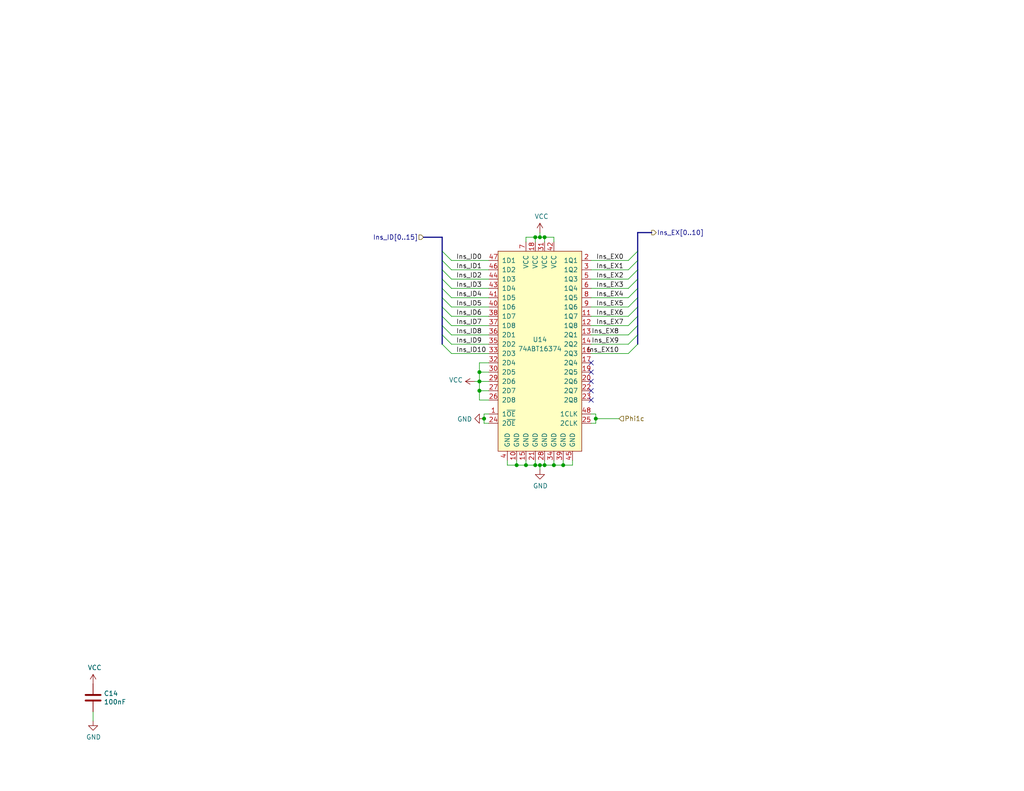
<source format=kicad_sch>
(kicad_sch (version 20230121) (generator eeschema)
  (paper "USLetter")
  (title_block (date "2023-09-25") (rev "C"))
  (lib_symbols
    (symbol "74xx (kicad5):74ABT16374" (pin_names (offset 1.016))
      (property "Reference" "U" (at 0 1.27 0))
      (property "Value" "74ABT16374" (at 0 -1.27 0))
      (symbol "74ABT16374_0_0"
        (pin input line (at -13.97 -20.32 0) (length 2.54) (name "1~{OE}") (number "1"))
        (pin power_in line (at -6.35 -33.02 90) (length 2.54) (name "GND") (number "10"))
        (pin tri_state line (at 13.97 6.35 180) (length 2.54) (name "1Q7") (number "11"))
        (pin tri_state line (at 13.97 3.81 180) (length 2.54) (name "1Q8") (number "12"))
        (pin tri_state line (at 13.97 1.27 180) (length 2.54) (name "2Q1") (number "13"))
        (pin tri_state line (at 13.97 -1.27 180) (length 2.54) (name "2Q2") (number "14"))
        (pin power_in line (at -3.81 -33.02 90) (length 2.54) (name "GND") (number "15"))
        (pin tri_state line (at 13.97 -3.81 180) (length 2.54) (name "2Q3") (number "16"))
        (pin tri_state line (at 13.97 -6.35 180) (length 2.54) (name "2Q4") (number "17"))
        (pin power_in line (at -1.27 26.67 270) (length 2.54) (name "VCC") (number "18"))
        (pin tri_state line (at 13.97 -8.89 180) (length 2.54) (name "2Q5") (number "19"))
        (pin tri_state line (at 13.97 21.59 180) (length 2.54) (name "1Q1") (number "2"))
        (pin tri_state line (at 13.97 -11.43 180) (length 2.54) (name "2Q6") (number "20"))
        (pin power_in line (at -1.27 -33.02 90) (length 2.54) (name "GND") (number "21"))
        (pin tri_state line (at 13.97 -13.97 180) (length 2.54) (name "2Q7") (number "22"))
        (pin tri_state line (at 13.97 -16.51 180) (length 2.54) (name "2Q8") (number "23"))
        (pin input line (at -13.97 -22.86 0) (length 2.54) (name "2~{OE}") (number "24"))
        (pin input line (at 13.97 -22.86 180) (length 2.54) (name "2CLK") (number "25"))
        (pin input line (at -13.97 -16.51 0) (length 2.54) (name "2D8") (number "26"))
        (pin input line (at -13.97 -13.97 0) (length 2.54) (name "2D7") (number "27"))
        (pin power_in line (at 1.27 -33.02 90) (length 2.54) (name "GND") (number "28"))
        (pin input line (at -13.97 -11.43 0) (length 2.54) (name "2D6") (number "29"))
        (pin tri_state line (at 13.97 19.05 180) (length 2.54) (name "1Q2") (number "3"))
        (pin input line (at -13.97 -8.89 0) (length 2.54) (name "2D5") (number "30"))
        (pin power_in line (at 1.27 26.67 270) (length 2.54) (name "VCC") (number "31"))
        (pin input line (at -13.97 -6.35 0) (length 2.54) (name "2D4") (number "32"))
        (pin input line (at -13.97 -3.81 0) (length 2.54) (name "2D3") (number "33"))
        (pin power_in line (at 3.81 -33.02 90) (length 2.54) (name "GND") (number "34"))
        (pin input line (at -13.97 -1.27 0) (length 2.54) (name "2D2") (number "35"))
        (pin input line (at -13.97 1.27 0) (length 2.54) (name "2D1") (number "36"))
        (pin input line (at -13.97 3.81 0) (length 2.54) (name "1D8") (number "37"))
        (pin input line (at -13.97 6.35 0) (length 2.54) (name "1D7") (number "38"))
        (pin power_in line (at 6.35 -33.02 90) (length 2.54) (name "GND") (number "39"))
        (pin power_in line (at -8.89 -33.02 90) (length 2.54) (name "GND") (number "4"))
        (pin input line (at -13.97 8.89 0) (length 2.54) (name "1D6") (number "40"))
        (pin input line (at -13.97 11.43 0) (length 2.54) (name "1D5") (number "41"))
        (pin power_in line (at 3.81 26.67 270) (length 2.54) (name "VCC") (number "42"))
        (pin input line (at -13.97 13.97 0) (length 2.54) (name "1D4") (number "43"))
        (pin input line (at -13.97 16.51 0) (length 2.54) (name "1D3") (number "44"))
        (pin power_in line (at 8.89 -33.02 90) (length 2.54) (name "GND") (number "45"))
        (pin input line (at -13.97 19.05 0) (length 2.54) (name "1D2") (number "46"))
        (pin input line (at -13.97 21.59 0) (length 2.54) (name "1D1") (number "47"))
        (pin input line (at 13.97 -20.32 180) (length 2.54) (name "1CLK") (number "48"))
        (pin tri_state line (at 13.97 16.51 180) (length 2.54) (name "1Q3") (number "5"))
        (pin tri_state line (at 13.97 13.97 180) (length 2.54) (name "1Q4") (number "6"))
        (pin power_in line (at -3.81 26.67 270) (length 2.54) (name "VCC") (number "7"))
        (pin tri_state line (at 13.97 11.43 180) (length 2.54) (name "1Q5") (number "8"))
        (pin tri_state line (at 13.97 8.89 180) (length 2.54) (name "1Q6") (number "9"))
      )
      (symbol "74ABT16374_0_1"
        (rectangle (start -11.43 24.13) (end 11.43 -30.48) (fill (type background)))
      )
    )
    (symbol "Device:C" (pin_numbers hide) (pin_names (offset 0.254))
      (property "Reference" "C" (at 0.635 2.54 0))
      (property "Value" "C" (at 0.635 -2.54 0))
      (symbol "C_0_1"
        (polyline (pts (xy -2.032 -0.762) (xy 2.032 -0.762)) (stroke (width 0.508)))
        (polyline (pts (xy -2.032 0.762) (xy 2.032 0.762)) (stroke (width 0.508)))
      )
      (symbol "C_1_1"
        (pin passive line (at 0 3.81 270) (length 2.794) (name "~") (number "1"))
        (pin passive line (at 0 -3.81 90) (length 2.794) (name "~") (number "2"))
      )
    )
    (symbol "power:GND" (power) (pin_names (offset 0))
      (property "Value" "GND" (at 0 -3.81 0))
      (symbol "GND_0_1"
        (polyline (pts (xy 0 0) (xy 0 -1.27) (xy 1.27 -1.27) (xy 0 -2.54) (xy -1.27 -1.27) (xy 0 -1.27)))
      )
      (symbol "GND_1_1"
        (pin power_in line (at 0 0 270) (length 0) hide (name "GND") (number "1"))
      )
    )
    (symbol "power:VCC" (power) (pin_names (offset 0))
      (property "Value" "VCC" (at 0 3.81 0))
      (symbol "VCC_0_1"
        (polyline (pts (xy -0.762 1.27) (xy 0 2.54)))
        (polyline (pts (xy 0 0) (xy 0 2.54)))
        (polyline (pts (xy 0 2.54) (xy 0.762 1.27)))
      )
      (symbol "VCC_1_1"
        (pin power_in line (at 0 0 90) (length 0) hide (name "VCC") (number "1"))
      )
    )
  )
  (junction (at 148.59 127))
  (junction (at 162.56 114.3))
  (junction (at 147.32 127))
  (junction (at 147.32 64.77))
  (junction (at 151.13 127))
  (junction (at 146.05 64.77))
  (junction (at 130.81 106.68))
  (junction (at 140.97 127))
  (junction (at 130.81 104.14))
  (junction (at 132.08 114.3))
  (junction (at 146.05 127))
  (junction (at 148.59 64.77))
  (junction (at 143.51 127))
  (junction (at 130.81 101.6))
  (junction (at 153.67 127))
  (no_connect (at 161.29 106.68))
  (no_connect (at 161.29 104.14))
  (no_connect (at 161.29 101.6))
  (no_connect (at 161.29 109.22))
  (no_connect (at 161.29 99.06))
  (bus_entry (at 173.99 93.98) (size -2.54 2.54))
  (bus_entry (at 173.99 88.9) (size -2.54 2.54))
  (bus_entry (at 173.99 91.44) (size -2.54 2.54))
  (bus_entry (at 173.99 71.12) (size -2.54 2.54))
  (bus_entry (at 120.65 91.44) (size 2.54 2.54))
  (bus_entry (at 120.65 93.98) (size 2.54 2.54))
  (bus_entry (at 120.65 88.9) (size 2.54 2.54))
  (bus_entry (at 120.65 78.74) (size 2.54 2.54))
  (bus_entry (at 120.65 76.2) (size 2.54 2.54))
  (bus_entry (at 120.65 68.58) (size 2.54 2.54))
  (bus_entry (at 120.65 81.28) (size 2.54 2.54))
  (bus_entry (at 173.99 68.58) (size -2.54 2.54))
  (bus_entry (at 173.99 81.28) (size -2.54 2.54))
  (bus_entry (at 173.99 86.36) (size -2.54 2.54))
  (bus_entry (at 173.99 78.74) (size -2.54 2.54))
  (bus_entry (at 120.65 73.66) (size 2.54 2.54))
  (bus_entry (at 173.99 73.66) (size -2.54 2.54))
  (bus_entry (at 173.99 76.2) (size -2.54 2.54))
  (bus_entry (at 120.65 83.82) (size 2.54 2.54))
  (bus_entry (at 173.99 83.82) (size -2.54 2.54))
  (bus_entry (at 120.65 71.12) (size 2.54 2.54))
  (bus_entry (at 120.65 86.36) (size 2.54 2.54))
  (wire (pts (xy 130.81 101.6) (xy 130.81 104.14)))
  (wire (pts (xy 133.35 106.68) (xy 130.81 106.68)))
  (wire (pts (xy 171.45 93.98) (xy 161.29 93.98)))
  (bus (pts (xy 115.57 64.77) (xy 120.65 64.77)))
  (wire (pts (xy 132.08 113.03) (xy 132.08 114.3)))
  (wire (pts (xy 171.45 86.36) (xy 161.29 86.36)))
  (wire (pts (xy 171.45 91.44) (xy 161.29 91.44)))
  (bus (pts (xy 173.99 78.74) (xy 173.99 81.28)))
  (bus (pts (xy 173.99 73.66) (xy 173.99 76.2)))
  (wire (pts (xy 171.45 83.82) (xy 161.29 83.82)))
  (wire (pts (xy 147.32 127) (xy 148.59 127)))
  (wire (pts (xy 162.56 114.3) (xy 168.91 114.3)))
  (wire (pts (xy 162.56 114.3) (xy 162.56 115.57)))
  (wire (pts (xy 130.81 109.22) (xy 133.35 109.22)))
  (wire (pts (xy 133.35 99.06) (xy 130.81 99.06)))
  (wire (pts (xy 171.45 73.66) (xy 161.29 73.66)))
  (bus (pts (xy 173.99 86.36) (xy 173.99 88.9)))
  (wire (pts (xy 147.32 127) (xy 147.32 128.27)))
  (wire (pts (xy 171.45 81.28) (xy 161.29 81.28)))
  (wire (pts (xy 123.19 73.66) (xy 133.35 73.66)))
  (bus (pts (xy 173.99 83.82) (xy 173.99 86.36)))
  (wire (pts (xy 123.19 88.9) (xy 133.35 88.9)))
  (wire (pts (xy 171.45 88.9) (xy 161.29 88.9)))
  (wire (pts (xy 133.35 104.14) (xy 130.81 104.14)))
  (wire (pts (xy 123.19 76.2) (xy 133.35 76.2)))
  (wire (pts (xy 153.67 127) (xy 156.21 127)))
  (wire (pts (xy 148.59 125.73) (xy 148.59 127)))
  (wire (pts (xy 143.51 127) (xy 146.05 127)))
  (bus (pts (xy 173.99 76.2) (xy 173.99 78.74)))
  (wire (pts (xy 148.59 66.04) (xy 148.59 64.77)))
  (wire (pts (xy 147.32 64.77) (xy 148.59 64.77)))
  (wire (pts (xy 146.05 66.04) (xy 146.05 64.77)))
  (wire (pts (xy 140.97 125.73) (xy 140.97 127)))
  (wire (pts (xy 133.35 101.6) (xy 130.81 101.6)))
  (wire (pts (xy 133.35 113.03) (xy 132.08 113.03)))
  (bus (pts (xy 120.65 64.77) (xy 120.65 68.58)))
  (wire (pts (xy 123.19 81.28) (xy 133.35 81.28)))
  (wire (pts (xy 143.51 66.04) (xy 143.51 64.77)))
  (bus (pts (xy 120.65 91.44) (xy 120.65 93.98)))
  (wire (pts (xy 123.19 96.52) (xy 133.35 96.52)))
  (bus (pts (xy 120.65 73.66) (xy 120.65 76.2)))
  (wire (pts (xy 171.45 78.74) (xy 161.29 78.74)))
  (bus (pts (xy 120.65 76.2) (xy 120.65 78.74)))
  (bus (pts (xy 120.65 68.58) (xy 120.65 71.12)))
  (wire (pts (xy 156.21 127) (xy 156.21 125.73)))
  (wire (pts (xy 151.13 64.77) (xy 151.13 66.04)))
  (bus (pts (xy 173.99 91.44) (xy 173.99 93.98)))
  (wire (pts (xy 146.05 64.77) (xy 147.32 64.77)))
  (bus (pts (xy 120.65 83.82) (xy 120.65 86.36)))
  (bus (pts (xy 120.65 81.28) (xy 120.65 83.82)))
  (bus (pts (xy 173.99 68.58) (xy 173.99 71.12)))
  (wire (pts (xy 138.43 127) (xy 140.97 127)))
  (bus (pts (xy 120.65 88.9) (xy 120.65 91.44)))
  (wire (pts (xy 171.45 71.12) (xy 161.29 71.12)))
  (wire (pts (xy 123.19 83.82) (xy 133.35 83.82)))
  (wire (pts (xy 153.67 125.73) (xy 153.67 127)))
  (wire (pts (xy 161.29 113.03) (xy 162.56 113.03)))
  (wire (pts (xy 123.19 86.36) (xy 133.35 86.36)))
  (wire (pts (xy 151.13 127) (xy 153.67 127)))
  (bus (pts (xy 120.65 78.74) (xy 120.65 81.28)))
  (bus (pts (xy 173.99 71.12) (xy 173.99 73.66)))
  (bus (pts (xy 120.65 71.12) (xy 120.65 73.66)))
  (wire (pts (xy 130.81 99.06) (xy 130.81 101.6)))
  (wire (pts (xy 132.08 115.57) (xy 133.35 115.57)))
  (wire (pts (xy 123.19 71.12) (xy 133.35 71.12)))
  (wire (pts (xy 123.19 78.74) (xy 133.35 78.74)))
  (wire (pts (xy 123.19 91.44) (xy 133.35 91.44)))
  (wire (pts (xy 148.59 127) (xy 151.13 127)))
  (wire (pts (xy 143.51 125.73) (xy 143.51 127)))
  (wire (pts (xy 171.45 76.2) (xy 161.29 76.2)))
  (bus (pts (xy 120.65 86.36) (xy 120.65 88.9)))
  (bus (pts (xy 173.99 88.9) (xy 173.99 91.44)))
  (wire (pts (xy 25.4 196.85) (xy 25.4 194.31)))
  (bus (pts (xy 177.8 63.5) (xy 173.99 63.5)))
  (bus (pts (xy 173.99 63.5) (xy 173.99 68.58)))
  (wire (pts (xy 147.32 63.5) (xy 147.32 64.77)))
  (wire (pts (xy 162.56 113.03) (xy 162.56 114.3)))
  (wire (pts (xy 132.08 114.3) (xy 132.08 115.57)))
  (wire (pts (xy 143.51 64.77) (xy 146.05 64.77)))
  (wire (pts (xy 130.81 104.14) (xy 130.81 106.68)))
  (wire (pts (xy 148.59 64.77) (xy 151.13 64.77)))
  (wire (pts (xy 146.05 127) (xy 147.32 127)))
  (wire (pts (xy 140.97 127) (xy 143.51 127)))
  (bus (pts (xy 173.99 81.28) (xy 173.99 83.82)))
  (wire (pts (xy 171.45 96.52) (xy 161.29 96.52)))
  (wire (pts (xy 130.81 104.14) (xy 129.54 104.14)))
  (wire (pts (xy 151.13 125.73) (xy 151.13 127)))
  (wire (pts (xy 162.56 115.57) (xy 161.29 115.57)))
  (wire (pts (xy 123.19 93.98) (xy 133.35 93.98)))
  (wire (pts (xy 146.05 125.73) (xy 146.05 127)))
  (wire (pts (xy 138.43 125.73) (xy 138.43 127)))
  (wire (pts (xy 130.81 106.68) (xy 130.81 109.22)))
  (label "Ins_EX1" (at 170.18 73.66 180))
  (label "Ins_ID2" (at 124.46 76.2 0))
  (label "Ins_EX0" (at 170.18 71.12 180))
  (label "Ins_EX4" (at 170.18 81.28 180))
  (label "Ins_EX7" (at 170.18 88.9 180))
  (label "Ins_ID7" (at 124.46 88.9 0))
  (label "Ins_ID9" (at 124.46 93.98 0))
  (label "Ins_EX10" (at 168.91 96.52 180))
  (label "Ins_EX9" (at 168.91 93.98 180))
  (label "Ins_ID8" (at 124.46 91.44 0))
  (label "Ins_ID5" (at 124.46 83.82 0))
  (label "Ins_ID10" (at 124.46 96.52 0))
  (label "Ins_EX2" (at 170.18 76.2 180))
  (label "Ins_ID3" (at 124.46 78.74 0))
  (label "Ins_ID6" (at 124.46 86.36 0))
  (label "Ins_ID4" (at 124.46 81.28 0))
  (label "Ins_EX5" (at 170.18 83.82 180))
  (label "Ins_EX8" (at 168.91 91.44 180))
  (label "Ins_EX6" (at 170.18 86.36 180))
  (label "Ins_ID0" (at 124.46 71.12 0))
  (label "Ins_ID1" (at 124.46 73.66 0))
  (label "Ins_EX3" (at 170.18 78.74 180))
  (hierarchical_label "Ins_EX[0..10]" (shape output) (at 177.8 63.5 0))
  (hierarchical_label "Phi1c" (shape input) (at 168.91 114.3 0))
  (hierarchical_label "Ins_ID[0..15]" (shape input) (at 115.57 64.77 180))
  (symbol (lib_id "power:GND") (at 132.08 114.3 270) (unit 1)
    (property "Reference" "#PWR068" (effects hide))
    (property "Value" "GND" (at 128.8288 114.427 90) (effects (justify right)))
  )
  (symbol (lib_id "Device:C") (at 25.4 190.5 0) (unit 1)
    (property "Reference" "C14" (at 28.321 189.3316 0) (effects (justify left)))
    (property "Value" "100nF" (at 28.321 191.643 0) (effects (justify left)))
    (property "Footprint" "Capacitor_SMD:C_0603_1608Metric_Pad1.08x0.95mm_HandSolder" (effects hide))
    (property "Mouser" "https://www.mouser.com/ProductDetail/963-EMK107B7104KAHT" (effects hide))
  )
  (symbol (lib_id "power:VCC") (at 25.4 186.69 0) (unit 1)
    (property "Reference" "#PWR065" (effects hide))
    (property "Value" "VCC" (at 25.8318 182.2958 0))
  )
  (symbol (lib_id "power:GND") (at 25.4 196.85 0) (unit 1)
    (property "Reference" "#PWR066" (effects hide))
    (property "Value" "GND" (at 25.527 201.2442 0))
  )
  (symbol (lib_id "power:VCC") (at 129.54 104.14 90) (unit 1)
    (property "Reference" "#PWR067" (effects hide))
    (property "Value" "VCC" (at 126.3142 103.759 90) (effects (justify left)))
  )
  (symbol (lib_id "power:VCC") (at 147.32 63.5 0) (unit 1)
    (property "Reference" "#PWR069" (effects hide))
    (property "Value" "VCC" (at 147.7518 59.1058 0))
  )
  (symbol (lib_id "power:GND") (at 147.32 128.27 0) (unit 1)
    (property "Reference" "#PWR070" (effects hide))
    (property "Value" "GND" (at 147.447 132.6642 0))
  )
  (symbol (lib_id "74xx (kicad5):74ABT16374") (at 147.32 92.71 0) (unit 1)
    (property "Reference" "U14" (at 147.32 92.71 0))
    (property "Value" "74ABT16374" (at 147.32 95.25 0))
    (property "Footprint" "Package_SO:TSSOP-48_8x12.5mm_P0.5mm" (effects hide))
    (property "Datasheet" "https://www.ti.com/lit/ds/symlink/sn74abt16374a.pdf?HQS=dis-mous-null-mousermode-dsf-pf-null-wwe&ts=1617318801237" (effects hide))
    (property "Mouser" "https://www.mouser.com/ProductDetail/Texas-Instruments/SN74ABT16374ADGGR?qs=%2Fha2pyFadui8Wf%2F61v2joCyY9bOa3peBR5btn0VUHs8%3D" (effects hide))
  )
)
</source>
